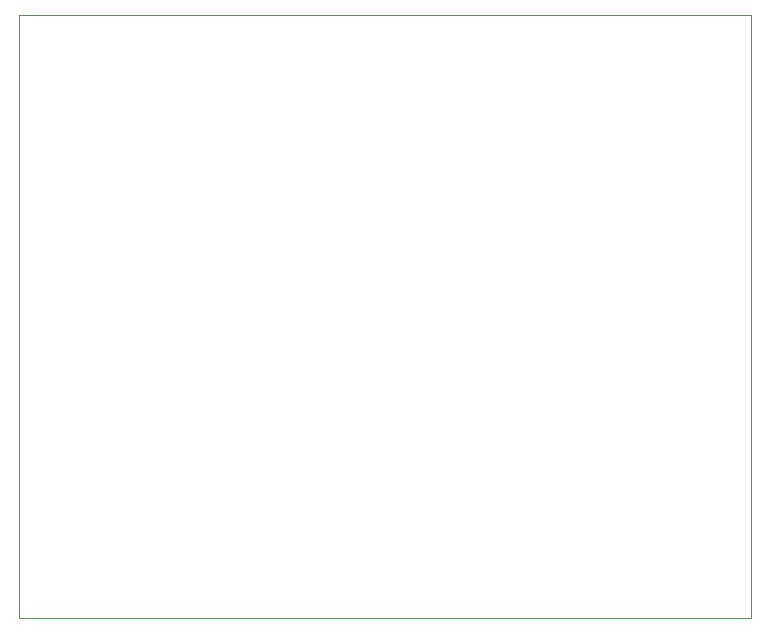
<source format=gbr>
%TF.GenerationSoftware,KiCad,Pcbnew,9.0.0*%
%TF.CreationDate,2025-05-27T13:33:43-03:00*%
%TF.ProjectId,pwm_pcb,70776d5f-7063-4622-9e6b-696361645f70,rev?*%
%TF.SameCoordinates,Original*%
%TF.FileFunction,Profile,NP*%
%FSLAX46Y46*%
G04 Gerber Fmt 4.6, Leading zero omitted, Abs format (unit mm)*
G04 Created by KiCad (PCBNEW 9.0.0) date 2025-05-27 13:33:43*
%MOMM*%
%LPD*%
G01*
G04 APERTURE LIST*
%TA.AperFunction,Profile*%
%ADD10C,0.050000*%
%TD*%
G04 APERTURE END LIST*
D10*
X180000000Y-121000000D02*
X118000000Y-121000000D01*
X118000000Y-70000000D02*
X180000000Y-70000000D01*
X180000000Y-70000000D02*
X180000000Y-121000000D01*
X118000000Y-121000000D02*
X118000000Y-70000000D01*
M02*

</source>
